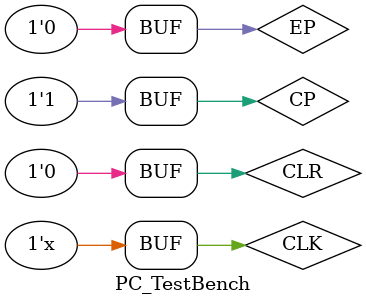
<source format=v>
module PC_TestBench ();

reg CLK, CP, EP, CLR;

wire [3:0] PC_Out;

PC Unit(.PC_Out (PC_Out),
	.CLK	(CLK),
	.CP	(CP),
	.EP	(EP),
	.CLR	(CLR)
);

always #10 CLK = ~CLK;

initial
  begin
       CLK = 0; CLR = 1; CP = 1; EP = 1;
  #25  CLR = 0;
  
  #400 CP = 0;
  #500 CP = 1;
  #550 EP = 0;
end
endmodule

</source>
